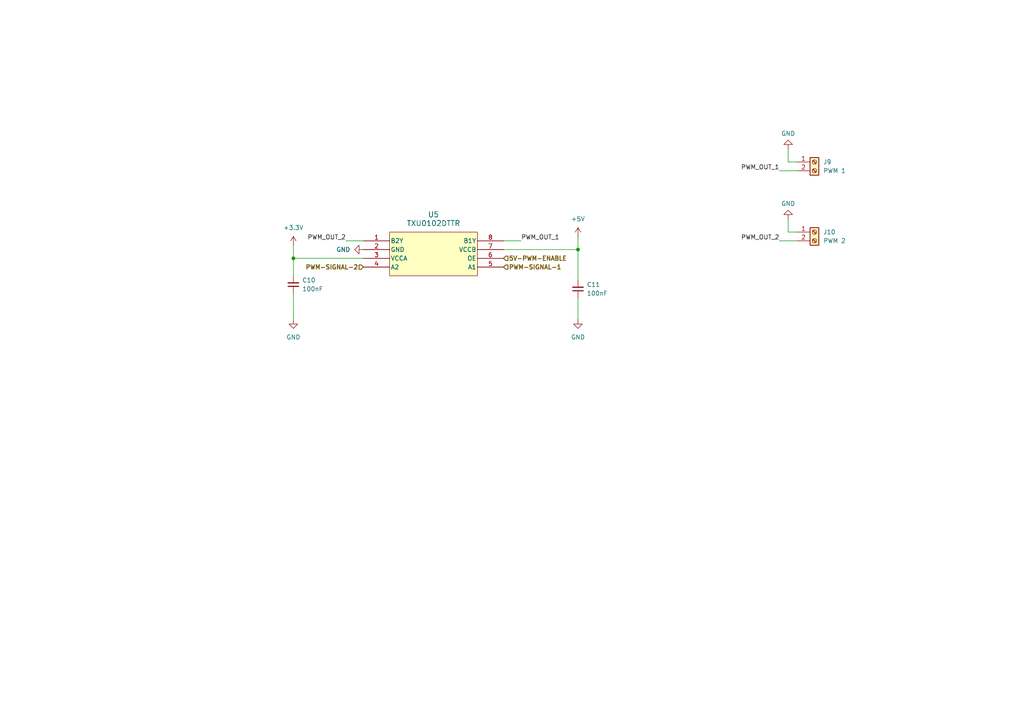
<source format=kicad_sch>
(kicad_sch (version 20250114) (generator "eeschema") (generator_version "9.0")
  (paper "A4")
  (lib_symbols
    (symbol "Connector:Screw_Terminal_01x02" (pin_names (offset 1.016) (hide yes))
      (property "Reference" "J" (at 0 2.54 0))
      (property "Value" "Screw_Terminal_01x02" (at 0 -5.08 0))
      (symbol "Screw_Terminal_01x02_1_1"
        (rectangle (start -1.27 1.27) (end 1.27 -3.81) (stroke (width 0.254)) (fill (type background)))
        (polyline (pts (xy -0.5334 0.3302) (xy 0.3302 -0.508)) (stroke (width 0.1524)))
        (polyline (pts (xy -0.5334 -2.2098) (xy 0.3302 -3.048)) (stroke (width 0.1524)))
        (polyline (pts (xy -0.3556 0.508) (xy 0.508 -0.3302)) (stroke (width 0.1524)))
        (polyline (pts (xy -0.3556 -2.032) (xy 0.508 -2.8702)) (stroke (width 0.1524)))
        (circle (center 0 0) (radius 0.635) (stroke (width 0.1524)))
        (circle (center 0 -2.54) (radius 0.635) (stroke (width 0.1524)))
        (pin passive line (at -5.08 0 0) (length 3.81) (name "Pin_1") (number "1"))
        (pin passive line (at -5.08 -2.54 0) (length 3.81) (name "Pin_2") (number "2"))
      )
    )
    (symbol "Device:C_Small" (pin_numbers (hide yes)) (pin_names (offset 0.254) (hide yes))
      (property "Reference" "C" (at 0.254 1.778 0))
      (property "Value" "C_Small" (at 0.254 -2.032 0))
      (symbol "C_Small_0_1"
        (polyline (pts (xy -1.524 0.508) (xy 1.524 0.508)) (stroke (width 0.3048)))
        (polyline (pts (xy -1.524 -0.508) (xy 1.524 -0.508)) (stroke (width 0.3302)))
      )
      (symbol "C_Small_1_1"
        (pin passive line (at 0 2.54 270) (length 2.032) (name "~") (number "1"))
        (pin passive line (at 0 -2.54 90) (length 2.032) (name "~") (number "2"))
      )
    )
    (symbol "Vendor_Symbols:TXU0102DTTR" (pin_names (offset 0.254))
      (property "Reference" "U" (at 20.32 10.16 0))
      (property "Value" "TXU0102DTTR" (at 20.32 7.62 0))
      (symbol "TXU0102DTTR_0_1"
        (pin output line (at 0 0 0) (length 7.62) (name "B2Y") (number "1"))
        (pin power_out line (at 0 -2.54 0) (length 7.62) (name "GND") (number "2"))
        (pin power_in line (at 0 -5.08 0) (length 7.62) (name "VCCA") (number "3"))
        (pin input line (at 0 -7.62 0) (length 7.62) (name "A2") (number "4"))
        (pin output line (at 40.64 0 180) (length 7.62) (name "B1Y") (number "8"))
        (pin power_in line (at 40.64 -2.54 180) (length 7.62) (name "VCCB") (number "7"))
        (pin input line (at 40.64 -5.08 180) (length 7.62) (name "OE") (number "6"))
        (pin input line (at 40.64 -7.62 180) (length 7.62) (name "A1") (number "5"))
      )
      (symbol "TXU0102DTTR_1_1"
        (rectangle (start 7.62 2.54) (end 33.02 -10.16) (fill (type background)))
      )
    )
    (symbol "power:+3.3V" (power) (pin_numbers (hide yes)) (pin_names (offset 0) (hide yes))
      (property "Value" "+3.3V" (at 0 3.556 0))
      (symbol "+3.3V_0_1"
        (polyline (pts (xy -0.762 1.27) (xy 0 2.54)))
        (polyline (pts (xy 0 2.54) (xy 0.762 1.27)))
        (polyline (pts (xy 0 0) (xy 0 2.54)))
      )
      (symbol "+3.3V_1_1"
        (pin power_in line (at 0 0 90) (length 0) (name "~") (number "1"))
      )
    )
    (symbol "power:+5V" (power) (pin_numbers (hide yes)) (pin_names (offset 0) (hide yes))
      (property "Value" "+5V" (at 0 3.556 0))
      (symbol "+5V_0_1"
        (polyline (pts (xy -0.762 1.27) (xy 0 2.54)))
        (polyline (pts (xy 0 2.54) (xy 0.762 1.27)))
        (polyline (pts (xy 0 0) (xy 0 2.54)))
      )
      (symbol "+5V_1_1"
        (pin power_in line (at 0 0 90) (length 0) (name "~") (number "1"))
      )
    )
    (symbol "power:GND" (power) (pin_numbers (hide yes)) (pin_names (offset 0) (hide yes))
      (property "Value" "GND" (at 0 -3.81 0))
      (symbol "GND_0_1"
        (polyline (pts (xy 0 0) (xy 0 -1.27) (xy 1.27 -1.27) (xy 0 -2.54) (xy -1.27 -1.27) (xy 0 -1.27)))
      )
      (symbol "GND_1_1"
        (pin power_in line (at 0 0 270) (length 0) (name "~") (number "1"))
      )
    )
  )
  (junction (at 167.64 72.39))
  (junction (at 85.09 74.93))
  (wire (pts (xy 228.6 67.31) (xy 231.14 67.31)))
  (wire (pts (xy 105.41 74.93) (xy 85.09 74.93)))
  (wire (pts (xy 228.6 43.18) (xy 228.6 46.99)))
  (wire (pts (xy 228.6 63.5) (xy 228.6 67.31)))
  (wire (pts (xy 167.64 81.28) (xy 167.64 72.39)))
  (wire (pts (xy 85.09 71.12) (xy 85.09 74.93)))
  (wire (pts (xy 105.41 69.85) (xy 100.33 69.85)))
  (wire (pts (xy 228.6 46.99) (xy 231.14 46.99)))
  (wire (pts (xy 85.09 74.93) (xy 85.09 80.01)))
  (wire (pts (xy 231.14 49.53) (xy 226.06 49.53)))
  (wire (pts (xy 167.64 92.71) (xy 167.64 86.36)))
  (wire (pts (xy 231.14 69.85) (xy 226.06 69.85)))
  (wire (pts (xy 146.05 69.85) (xy 151.13 69.85)))
  (wire (pts (xy 167.64 72.39) (xy 146.05 72.39)))
  (wire (pts (xy 85.09 85.09) (xy 85.09 92.71)))
  (wire (pts (xy 167.64 68.58) (xy 167.64 72.39)))
  (label "PWM_OUT_2" (at 226.06 69.85 180))
  (label "PWM_OUT_1" (at 151.13 69.85 0))
  (label "PWM_OUT_1" (at 226.06 49.53 180))
  (label "PWM_OUT_2" (at 100.33 69.85 180))
  (hierarchical_label "PWM-SIGNAL-1" (shape input) (at 146.05 77.47 0) (effects (font (thickness 0.254) (bold yes))))
  (hierarchical_label "PWM-SIGNAL-2" (shape input) (at 105.41 77.47 180) (effects (font (thickness 0.254) (bold yes))))
  (hierarchical_label "5V-PWM-ENABLE" (shape input) (at 146.05 74.93 0) (effects (font (thickness 0.254) (bold yes))))
  (symbol (lib_id "power:+3.3V") (at 85.09 71.12 0) (unit 1)
    (property "Reference" "#PWR031" (effects (hide yes)))
    (property "Value" "+3.3V" (at 85.09 66.04 0))
    (property "Description" "Power symbol creates a global label with name \"+3.3V\"" (effects (hide yes)))
  )
  (symbol (lib_id "power:GND") (at 105.41 72.39 270) (unit 1)
    (property "Reference" "#PWR087" (effects (hide yes)))
    (property "Value" "GND" (at 101.6 72.3899 90) (effects (justify right)))
    (property "Description" "Power symbol creates a global label with name \"GND\" , ground" (effects (hide yes)))
  )
  (symbol (lib_id "Connector:Screw_Terminal_01x02") (at 236.22 67.31 0) (unit 1)
    (property "Reference" "J10" (at 238.76 67.3099 0) (effects (justify left)))
    (property "Value" "PWM 2" (at 238.76 69.8499 0) (effects (justify left)))
    (property "Footprint" "Vendor_Footprints:PHOENIX_1984963" (effects (hide yes)))
    (property "Description" "2 Position Wire to Board Terminal Block 45° (135°) Angle with Board 0.138\" (3.50mm) Through Hole" (effects (hide yes)))
    (property "MPN" "1984963" (effects (hide yes)))
    (property "Manufacturer" "Phoenix Contact" (effects (hide yes)))
    (property "DigiKey Link" "https://www.digikey.com/en/products/detail/phoenix-contact/1984963/2513976" (effects (hide yes)))
  )
  (symbol (lib_id "power:GND") (at 228.6 63.5 180) (unit 1)
    (property "Reference" "#PWR089" (effects (hide yes)))
    (property "Value" "GND" (at 228.6 59.055 0))
    (property "Description" "Power symbol creates a global label with name \"GND\" , ground" (effects (hide yes)))
  )
  (symbol (lib_id "power:GND") (at 167.64 92.71 0) (unit 1)
    (property "Reference" "#PWR086" (effects (hide yes)))
    (property "Value" "GND" (at 167.64 97.79 0))
    (property "Description" "Power symbol creates a global label with name \"GND\" , ground" (effects (hide yes)))
  )
  (symbol (lib_id "power:GND") (at 85.09 92.71 0) (unit 1)
    (property "Reference" "#PWR085" (effects (hide yes)))
    (property "Value" "GND" (at 85.09 97.79 0))
    (property "Description" "Power symbol creates a global label with name \"GND\" , ground" (effects (hide yes)))
  )
  (symbol (lib_id "Device:C_Small") (at 167.64 83.82 180) (unit 1)
    (property "Reference" "C11" (at 170.18 82.5435 0) (effects (justify right)))
    (property "Value" "100nF" (at 170.18 85.0835 0) (effects (justify right)))
    (property "Footprint" "Capacitor_SMD:C_0603_1608Metric_Pad1.08x0.95mm_HandSolder" (effects (hide yes)))
    (property "Description" "Unpolarized capacitor, small symbol" (effects (hide yes)))
  )
  (symbol (lib_id "Vendor_Symbols:TXU0102DTTR") (at 105.41 69.85 0) (unit 1)
    (property "Reference" "U5" (at 125.73 62.23 0) (effects (font (size 1.524 1.524))))
    (property "Value" "TXU0102DTTR" (at 125.73 64.77 0) (effects (font (size 1.524 1.524))))
    (property "Footprint" "Vendor_Footprints:X1SON8_DTT_TEX" (effects (hide yes)))
    (property "Datasheet" "TXU0102DTTR" (effects (hide yes)))
    (property "Description" "Voltage Level Translator Unidirectional 1 Circuit 2 Channel 200Mbps 8-X1SON (1.95x1)" (effects (hide yes)))
    (property "MPN" "TXU0102DTTR" (effects (hide yes)))
    (property "Manufacturer" "Texas Instruments" (effects (hide yes)))
    (property "DigiKey Link" "https://www.digikey.com/en/products/detail/texas-instruments/TXU0102DTTR/18111321" (effects (hide yes)))
  )
  (symbol (lib_id "Device:C_Small") (at 85.09 82.55 180) (unit 1)
    (property "Reference" "C10" (at 87.63 81.2735 0) (effects (justify right)))
    (property "Value" "100nF" (at 87.63 83.8135 0) (effects (justify right)))
    (property "Footprint" "Capacitor_SMD:C_0603_1608Metric_Pad1.08x0.95mm_HandSolder" (effects (hide yes)))
    (property "Description" "Unpolarized capacitor, small symbol" (effects (hide yes)))
  )
  (symbol (lib_id "power:GND") (at 228.6 43.18 180) (unit 1)
    (property "Reference" "#PWR088" (effects (hide yes)))
    (property "Value" "GND" (at 228.6 38.735 0))
    (property "Description" "Power symbol creates a global label with name \"GND\" , ground" (effects (hide yes)))
  )
  (symbol (lib_id "Connector:Screw_Terminal_01x02") (at 236.22 46.99 0) (unit 1)
    (property "Reference" "J9" (at 238.76 46.9899 0) (effects (justify left)))
    (property "Value" "PWM 1" (at 238.76 49.5299 0) (effects (justify left)))
    (property "Footprint" "Vendor_Footprints:PHOENIX_1984963" (effects (hide yes)))
    (property "Description" "2 Position Wire to Board Terminal Block 45° (135°) Angle with Board 0.138\" (3.50mm) Through Hole" (effects (hide yes)))
    (property "MPN" "1984963" (effects (hide yes)))
    (property "Manufacturer" "Phoenix Contact" (effects (hide yes)))
    (property "DigiKey Link" "https://www.digikey.com/en/products/detail/phoenix-contact/1984963/2513976" (effects (hide yes)))
  )
  (symbol (lib_id "power:+5V") (at 167.64 68.58 0) (unit 1)
    (property "Reference" "#PWR053" (effects (hide yes)))
    (property "Value" "+5V" (at 167.64 63.5 0))
    (property "Description" "Power symbol creates a global label with name \"+5V\"" (effects (hide yes)))
  )
)
</source>
